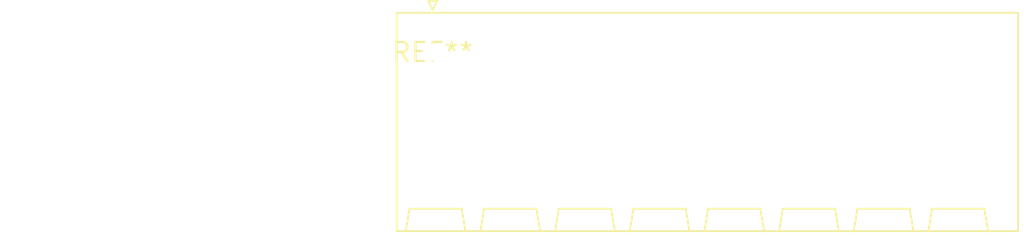
<source format=kicad_pcb>
(kicad_pcb (version 20240108) (generator pcbnew)
  (layers (0 "F.Cu" signal) (31 "B.Cu" signal) (34 "B.Paste" user) (35 "F.Paste" user) (36 "B.SilkS" user "B.Silkscreen") (37 "F.SilkS" user "F.Silkscreen") (38 "B.Mask" user) (39 "F.Mask" user) (44 "Edge.Cuts" user))
  (net 0 "")
  (footprint "PhoenixContact_SPT_2.5_8-H-5.0_1x08_P5.0mm_Horizontal" (layer "F.Cu") (at 0 0)
    (property "Reference" "REF**")
    (property "Value" "PhoenixContact_SPT_2.5_8-H-5.0_1x08_P5.0mm_Horizontal")
    (fp_line (start -2.41 -2.64) (end 39.21 -2.64) (layer "F.SilkS") (stroke (width 0.12)))
    (fp_line (start -2.41 11.98) (end -2.41 -2.64) (layer "F.SilkS") (stroke (width 0.12)))
    (fp_line (start -1.8 11.98) (end -1.55 10.48) (layer "F.SilkS") (stroke (width 0.12)))
    (fp_line (start -1.55 10.48) (end 1.95 10.48) (layer "F.SilkS") (stroke (width 0.12)))
    (fp_line (start -0.3 -3.44) (end 0 -2.84) (layer "F.SilkS") (stroke (width 0.12)))
    (fp_line (start -0.3 -3.44) (end 0.3 -3.44) (layer "F.SilkS") (stroke (width 0.12)))
    (fp_line (start 0.3 -3.44) (end 0 -2.84) (layer "F.SilkS") (stroke (width 0.12)))
    (fp_line (start 2.2 11.98) (end 1.95 10.48) (layer "F.SilkS") (stroke (width 0.12)))
    (fp_line (start 3.2 11.98) (end 3.45 10.48) (layer "F.SilkS") (stroke (width 0.12)))
    (fp_line (start 3.45 10.48) (end 6.95 10.48) (layer "F.SilkS") (stroke (width 0.12)))
    (fp_line (start 7.2 11.98) (end 6.95 10.48) (layer "F.SilkS") (stroke (width 0.12)))
    (fp_line (start 8.2 11.98) (end 8.45 10.48) (layer "F.SilkS") (stroke (width 0.12)))
    (fp_line (start 8.45 10.48) (end 11.95 10.48) (layer "F.SilkS") (stroke (width 0.12)))
    (fp_line (start 12.2 11.98) (end 11.95 10.48) (layer "F.SilkS") (stroke (width 0.12)))
    (fp_line (start 13.2 11.98) (end 13.45 10.48) (layer "F.SilkS") (stroke (width 0.12)))
    (fp_line (start 13.45 10.48) (end 16.95 10.48) (layer "F.SilkS") (stroke (width 0.12)))
    (fp_line (start 17.2 11.98) (end 16.95 10.48) (layer "F.SilkS") (stroke (width 0.12)))
    (fp_line (start 18.2 11.98) (end 18.45 10.48) (layer "F.SilkS") (stroke (width 0.12)))
    (fp_line (start 18.45 10.48) (end 21.95 10.48) (layer "F.SilkS") (stroke (width 0.12)))
    (fp_line (start 22.2 11.98) (end 21.95 10.48) (layer "F.SilkS") (stroke (width 0.12)))
    (fp_line (start 23.2 11.98) (end 23.45 10.48) (layer "F.SilkS") (stroke (width 0.12)))
    (fp_line (start 23.45 10.48) (end 26.95 10.48) (layer "F.SilkS") (stroke (width 0.12)))
    (fp_line (start 27.2 11.98) (end 26.95 10.48) (layer "F.SilkS") (stroke (width 0.12)))
    (fp_line (start 28.2 11.98) (end 28.45 10.48) (layer "F.SilkS") (stroke (width 0.12)))
    (fp_line (start 28.45 10.48) (end 31.95 10.48) (layer "F.SilkS") (stroke (width 0.12)))
    (fp_line (start 32.2 11.98) (end 31.95 10.48) (layer "F.SilkS") (stroke (width 0.12)))
    (fp_line (start 33.2 11.98) (end 33.45 10.48) (layer "F.SilkS") (stroke (width 0.12)))
    (fp_line (start 33.45 10.48) (end 36.95 10.48) (layer "F.SilkS") (stroke (width 0.12)))
    (fp_line (start 37.2 11.98) (end 36.95 10.48) (layer "F.SilkS") (stroke (width 0.12)))
    (fp_line (start 39.21 -2.64) (end 39.21 11.98) (layer "F.SilkS") (stroke (width 0.12)))
    (fp_line (start 39.21 11.98) (end -2.41 11.98) (layer "F.SilkS") (stroke (width 0.12)))
    (pad "1" thru_hole roundrect (at 0 0) (size 1.8 3.3) (drill 1.1) (layers *.Cu *.Mask) (remove_unused_layers) (roundrect_rratio 0.138889))
    (pad "1" thru_hole roundrect (at 0 8.2) (size 1.8 3.3) (drill 1.1) (layers *.Cu *.Mask) (remove_unused_layers) (roundrect_rratio 0.138889))
    (pad "2" thru_hole oval (at 5 0) (size 1.8 3.3) (drill 1.1) (layers *.Cu *.Mask) (remove_unused_layers))
    (pad "2" thru_hole oval (at 5 8.2) (size 1.8 3.3) (drill 1.1) (layers *.Cu *.Mask) (remove_unused_layers))
    (pad "3" thru_hole oval (at 10 0) (size 1.8 3.3) (drill 1.1) (layers *.Cu *.Mask) (remove_unused_layers))
    (pad "3" thru_hole oval (at 10 8.2) (size 1.8 3.3) (drill 1.1) (layers *.Cu *.Mask) (remove_unused_layers))
    (pad "4" thru_hole oval (at 15 0) (size 1.8 3.3) (drill 1.1) (layers *.Cu *.Mask) (remove_unused_layers))
    (pad "4" thru_hole oval (at 15 8.2) (size 1.8 3.3) (drill 1.1) (layers *.Cu *.Mask) (remove_unused_layers))
    (pad "5" thru_hole oval (at 20 0) (size 1.8 3.3) (drill 1.1) (layers *.Cu *.Mask) (remove_unused_layers))
    (pad "5" thru_hole oval (at 20 8.2) (size 1.8 3.3) (drill 1.1) (layers *.Cu *.Mask) (remove_unused_layers))
    (pad "6" thru_hole oval (at 25 0) (size 1.8 3.3) (drill 1.1) (layers *.Cu *.Mask) (remove_unused_layers))
    (pad "6" thru_hole oval (at 25 8.2) (size 1.8 3.3) (drill 1.1) (layers *.Cu *.Mask) (remove_unused_layers))
    (pad "7" thru_hole oval (at 30 0) (size 1.8 3.3) (drill 1.1) (layers *.Cu *.Mask) (remove_unused_layers))
    (pad "7" thru_hole oval (at 30 8.2) (size 1.8 3.3) (drill 1.1) (layers *.Cu *.Mask) (remove_unused_layers))
    (pad "8" thru_hole oval (at 35 0) (size 1.8 3.3) (drill 1.1) (layers *.Cu *.Mask) (remove_unused_layers))
    (pad "8" thru_hole oval (at 35 8.2) (size 1.8 3.3) (drill 1.1) (layers *.Cu *.Mask) (remove_unused_layers))
  )
)
</source>
